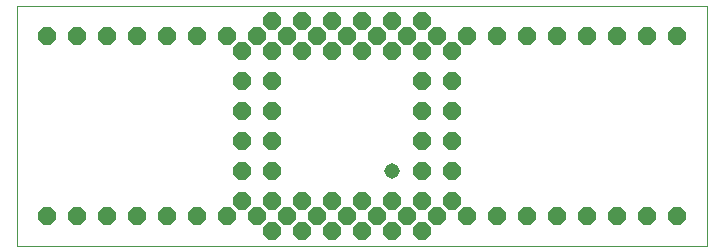
<source format=gbs>
G75*
%MOIN*%
%OFA0B0*%
%FSLAX25Y25*%
%IPPOS*%
%LPD*%
%AMOC8*
5,1,8,0,0,1.08239X$1,22.5*
%
%ADD10C,0.00000*%
%ADD11OC8,0.06000*%
%ADD12C,0.05156*%
D10*
X0001000Y0001301D02*
X0001000Y0081261D01*
X0230999Y0081260D01*
X0230999Y0001300D01*
X0001000Y0001301D01*
D11*
X0011000Y0011301D03*
X0021000Y0011301D03*
X0031000Y0011301D03*
X0041000Y0011301D03*
X0051000Y0011301D03*
X0061000Y0011301D03*
X0071000Y0011301D03*
X0081000Y0011301D03*
X0091000Y0011301D03*
X0101000Y0011301D03*
X0111000Y0011301D03*
X0121000Y0011301D03*
X0131000Y0011301D03*
X0141000Y0011301D03*
X0151000Y0011301D03*
X0161000Y0011301D03*
X0171000Y0011301D03*
X0181000Y0011301D03*
X0191000Y0011301D03*
X0201000Y0011301D03*
X0211000Y0011301D03*
X0221000Y0011301D03*
X0145999Y0016300D03*
X0135999Y0016300D03*
X0125999Y0016300D03*
X0115999Y0016300D03*
X0105999Y0016300D03*
X0095999Y0016300D03*
X0085999Y0016300D03*
X0075999Y0016300D03*
X0075999Y0026300D03*
X0085999Y0026300D03*
X0085999Y0036300D03*
X0075999Y0036300D03*
X0075999Y0046300D03*
X0085999Y0046300D03*
X0085999Y0056300D03*
X0075999Y0056300D03*
X0075999Y0066300D03*
X0085999Y0066300D03*
X0095999Y0066300D03*
X0105999Y0066300D03*
X0115999Y0066300D03*
X0125999Y0066300D03*
X0135999Y0066300D03*
X0145999Y0066300D03*
X0141000Y0071301D03*
X0131000Y0071301D03*
X0121000Y0071301D03*
X0111000Y0071301D03*
X0101000Y0071301D03*
X0091000Y0071301D03*
X0081000Y0071301D03*
X0071000Y0071301D03*
X0061000Y0071301D03*
X0051000Y0071301D03*
X0041000Y0071301D03*
X0031000Y0071301D03*
X0021000Y0071301D03*
X0011000Y0071301D03*
X0085999Y0076300D03*
X0095999Y0076300D03*
X0105999Y0076300D03*
X0115999Y0076300D03*
X0125999Y0076300D03*
X0135999Y0076300D03*
X0151000Y0071301D03*
X0161000Y0071301D03*
X0171000Y0071301D03*
X0181000Y0071301D03*
X0191000Y0071301D03*
X0201000Y0071301D03*
X0211000Y0071301D03*
X0221000Y0071301D03*
X0145999Y0056300D03*
X0135999Y0056300D03*
X0135999Y0046300D03*
X0145999Y0046300D03*
X0145999Y0036300D03*
X0135999Y0036300D03*
X0135999Y0026300D03*
X0145999Y0026300D03*
X0135999Y0006300D03*
X0125999Y0006300D03*
X0115999Y0006300D03*
X0105999Y0006300D03*
X0095999Y0006300D03*
X0085999Y0006300D03*
D12*
X0125999Y0026300D03*
M02*

</source>
